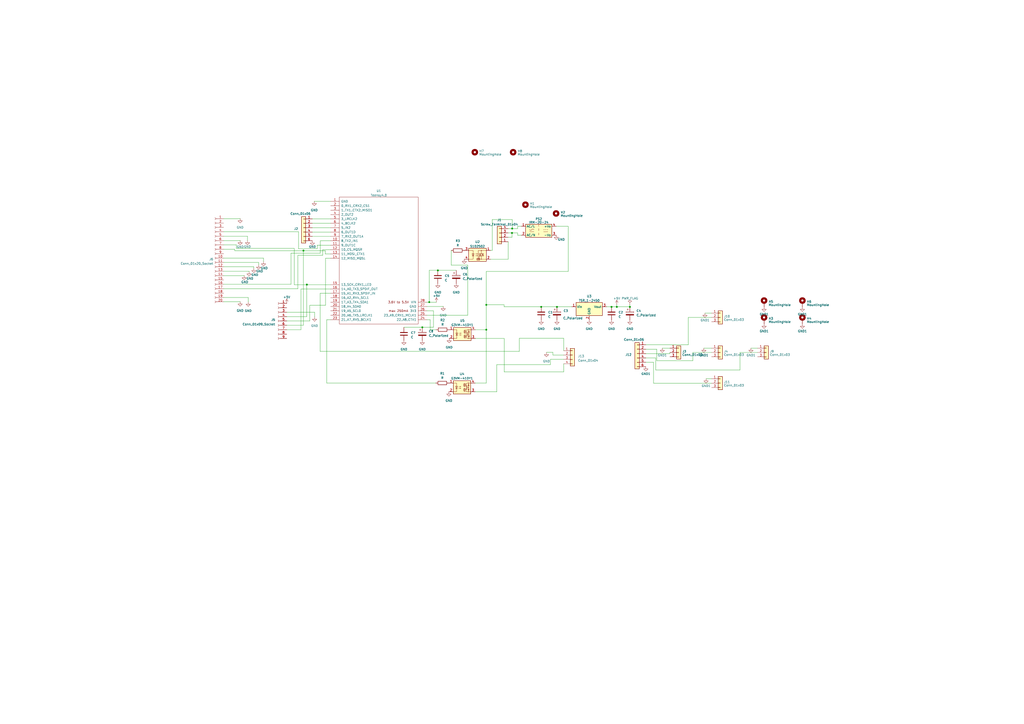
<source format=kicad_sch>
(kicad_sch (version 20230121) (generator eeschema)
  (paper "A2")
  (lib_symbols
    (symbol "Connector:Conn_01x09_Socket" (pin_names (offset 1.016) hide)
      (property "Reference" "J" (at 0 12.7 0))
      (property "Value" "Conn_01x09_Socket" (at 0 -12.7 0))
      (symbol "Conn_01x09_Socket_1_1"
        (arc (start 0 -9.652) (mid -0.5058 -10.16) (end 0 -10.668) (stroke (width 0.1524)))
        (arc (start 0 -7.112) (mid -0.5058 -7.62) (end 0 -8.128) (stroke (width 0.1524)))
        (arc (start 0 -4.572) (mid -0.5058 -5.08) (end 0 -5.588) (stroke (width 0.1524)))
        (arc (start 0 -2.032) (mid -0.5058 -2.54) (end 0 -3.048) (stroke (width 0.1524)))
        (polyline (pts (xy -1.27 -10.16) (xy -0.508 -10.16)) (stroke (width 0.1524)))
        (polyline (pts (xy -1.27 -7.62) (xy -0.508 -7.62)) (stroke (width 0.1524)))
        (polyline (pts (xy -1.27 -5.08) (xy -0.508 -5.08)) (stroke (width 0.1524)))
        (polyline (pts (xy -1.27 -2.54) (xy -0.508 -2.54)) (stroke (width 0.1524)))
        (polyline (pts (xy -1.27 0) (xy -0.508 0)) (stroke (width 0.1524)))
        (polyline (pts (xy -1.27 2.54) (xy -0.508 2.54)) (stroke (width 0.1524)))
        (polyline (pts (xy -1.27 5.08) (xy -0.508 5.08)) (stroke (width 0.1524)))
        (polyline (pts (xy -1.27 7.62) (xy -0.508 7.62)) (stroke (width 0.1524)))
        (polyline (pts (xy -1.27 10.16) (xy -0.508 10.16)) (stroke (width 0.1524)))
        (arc (start 0 0.508) (mid -0.5058 0) (end 0 -0.508) (stroke (width 0.1524)))
        (arc (start 0 3.048) (mid -0.5058 2.54) (end 0 2.032) (stroke (width 0.1524)))
        (arc (start 0 5.588) (mid -0.5058 5.08) (end 0 4.572) (stroke (width 0.1524)))
        (arc (start 0 8.128) (mid -0.5058 7.62) (end 0 7.112) (stroke (width 0.1524)))
        (arc (start 0 10.668) (mid -0.5058 10.16) (end 0 9.652) (stroke (width 0.1524)))
        (pin passive line (at -5.08 10.16 0) (length 3.81) (name "Pin_1") (number "1"))
        (pin passive line (at -5.08 7.62 0) (length 3.81) (name "Pin_2") (number "2"))
        (pin passive line (at -5.08 5.08 0) (length 3.81) (name "Pin_3") (number "3"))
        (pin passive line (at -5.08 2.54 0) (length 3.81) (name "Pin_4") (number "4"))
        (pin passive line (at -5.08 0 0) (length 3.81) (name "Pin_5") (number "5"))
        (pin passive line (at -5.08 -2.54 0) (length 3.81) (name "Pin_6") (number "6"))
        (pin passive line (at -5.08 -5.08 0) (length 3.81) (name "Pin_7") (number "7"))
        (pin passive line (at -5.08 -7.62 0) (length 3.81) (name "Pin_8") (number "8"))
        (pin passive line (at -5.08 -10.16 0) (length 3.81) (name "Pin_9") (number "9"))
      )
    )
    (symbol "Connector:Conn_01x20_Socket" (pin_names (offset 1.016) hide)
      (property "Reference" "J" (at 0 25.4 0))
      (property "Value" "Conn_01x20_Socket" (at 0 -27.94 0))
      (symbol "Conn_01x20_Socket_1_1"
        (arc (start 0 -24.892) (mid -0.5058 -25.4) (end 0 -25.908) (stroke (width 0.1524)))
        (arc (start 0 -22.352) (mid -0.5058 -22.86) (end 0 -23.368) (stroke (width 0.1524)))
        (arc (start 0 -19.812) (mid -0.5058 -20.32) (end 0 -20.828) (stroke (width 0.1524)))
        (arc (start 0 -17.272) (mid -0.5058 -17.78) (end 0 -18.288) (stroke (width 0.1524)))
        (arc (start 0 -14.732) (mid -0.5058 -15.24) (end 0 -15.748) (stroke (width 0.1524)))
        (arc (start 0 -12.192) (mid -0.5058 -12.7) (end 0 -13.208) (stroke (width 0.1524)))
        (arc (start 0 -9.652) (mid -0.5058 -10.16) (end 0 -10.668) (stroke (width 0.1524)))
        (arc (start 0 -7.112) (mid -0.5058 -7.62) (end 0 -8.128) (stroke (width 0.1524)))
        (arc (start 0 -4.572) (mid -0.5058 -5.08) (end 0 -5.588) (stroke (width 0.1524)))
        (arc (start 0 -2.032) (mid -0.5058 -2.54) (end 0 -3.048) (stroke (width 0.1524)))
        (polyline (pts (xy -1.27 -25.4) (xy -0.508 -25.4)) (stroke (width 0.1524)))
        (polyline (pts (xy -1.27 -22.86) (xy -0.508 -22.86)) (stroke (width 0.1524)))
        (polyline (pts (xy -1.27 -20.32) (xy -0.508 -20.32)) (stroke (width 0.1524)))
        (polyline (pts (xy -1.27 -17.78) (xy -0.508 -17.78)) (stroke (width 0.1524)))
        (polyline (pts (xy -1.27 -15.24) (xy -0.508 -15.24)) (stroke (width 0.1524)))
        (polyline (pts (xy -1.27 -12.7) (xy -0.508 -12.7)) (stroke (width 0.1524)))
        (polyline (pts (xy -1.27 -10.16) (xy -0.508 -10.16)) (stroke (width 0.1524)))
        (polyline (pts (xy -1.27 -7.62) (xy -0.508 -7.62)) (stroke (width 0.1524)))
        (polyline (pts (xy -1.27 -5.08) (xy -0.508 -5.08)) (stroke (width 0.1524)))
        (polyline (pts (xy -1.27 -2.54) (xy -0.508 -2.54)) (stroke (width 0.1524)))
        (polyline (pts (xy -1.27 0) (xy -0.508 0)) (stroke (width 0.1524)))
        (polyline (pts (xy -1.27 2.54) (xy -0.508 2.54)) (stroke (width 0.1524)))
        (polyline (pts (xy -1.27 5.08) (xy -0.508 5.08)) (stroke (width 0.1524)))
        (polyline (pts (xy -1.27 7.62) (xy -0.508 7.62)) (stroke (width 0.1524)))
        (polyline (pts (xy -1.27 10.16) (xy -0.508 10.16)) (stroke (width 0.1524)))
        (polyline (pts (xy -1.27 12.7) (xy -0.508 12.7)) (stroke (width 0.1524)))
        (polyline (pts (xy -1.27 15.24) (xy -0.508 15.24)) (stroke (width 0.1524)))
        (polyline (pts (xy -1.27 17.78) (xy -0.508 17.78)) (stroke (width 0.1524)))
        (polyline (pts (xy -1.27 20.32) (xy -0.508 20.32)) (stroke (width 0.1524)))
        (polyline (pts (xy -1.27 22.86) (xy -0.508 22.86)) (stroke (width 0.1524)))
        (arc (start 0 0.508) (mid -0.5058 0) (end 0 -0.508) (stroke (width 0.1524)))
        (arc (start 0 3.048) (mid -0.5058 2.54) (end 0 2.032) (stroke (width 0.1524)))
        (arc (start 0 5.588) (mid -0.5058 5.08) (end 0 4.572) (stroke (width 0.1524)))
        (arc (start 0 8.128) (mid -0.5058 7.62) (end 0 7.112) (stroke (width 0.1524)))
        (arc (start 0 10.668) (mid -0.5058 10.16) (end 0 9.652) (stroke (width 0.1524)))
        (arc (start 0 13.208) (mid -0.5058 12.7) (end 0 12.192) (stroke (width 0.1524)))
        (arc (start 0 15.748) (mid -0.5058 15.24) (end 0 14.732) (stroke (width 0.1524)))
        (arc (start 0 18.288) (mid -0.5058 17.78) (end 0 17.272) (stroke (width 0.1524)))
        (arc (start 0 20.828) (mid -0.5058 20.32) (end 0 19.812) (stroke (width 0.1524)))
        (arc (start 0 23.368) (mid -0.5058 22.86) (end 0 22.352) (stroke (width 0.1524)))
        (pin passive line (at -5.08 22.86 0) (length 3.81) (name "Pin_1") (number "1"))
        (pin passive line (at -5.08 0 0) (length 3.81) (name "Pin_10") (number "10"))
        (pin passive line (at -5.08 -2.54 0) (length 3.81) (name "Pin_11") (number "11"))
        (pin passive line (at -5.08 -5.08 0) (length 3.81) (name "Pin_12") (number "12"))
        (pin passive line (at -5.08 -7.62 0) (length 3.81) (name "Pin_13") (number "13"))
        (pin passive line (at -5.08 -10.16 0) (length 3.81) (name "Pin_14") (number "14"))
        (pin passive line (at -5.08 -12.7 0) (length 3.81) (name "Pin_15") (number "15"))
        (pin passive line (at -5.08 -15.24 0) (length 3.81) (name "Pin_16") (number "16"))
        (pin passive line (at -5.08 -17.78 0) (length 3.81) (name "Pin_17") (number "17"))
        (pin passive line (at -5.08 -20.32 0) (length 3.81) (name "Pin_18") (number "18"))
        (pin passive line (at -5.08 -22.86 0) (length 3.81) (name "Pin_19") (number "19"))
        (pin passive line (at -5.08 20.32 0) (length 3.81) (name "Pin_2") (number "2"))
        (pin passive line (at -5.08 -25.4 0) (length 3.81) (name "Pin_20") (number "20"))
        (pin passive line (at -5.08 17.78 0) (length 3.81) (name "Pin_3") (number "3"))
        (pin passive line (at -5.08 15.24 0) (length 3.81) (name "Pin_4") (number "4"))
        (pin passive line (at -5.08 12.7 0) (length 3.81) (name "Pin_5") (number "5"))
        (pin passive line (at -5.08 10.16 0) (length 3.81) (name "Pin_6") (number "6"))
        (pin passive line (at -5.08 7.62 0) (length 3.81) (name "Pin_7") (number "7"))
        (pin passive line (at -5.08 5.08 0) (length 3.81) (name "Pin_8") (number "8"))
        (pin passive line (at -5.08 2.54 0) (length 3.81) (name "Pin_9") (number "9"))
      )
    )
    (symbol "Connector_Generic:Conn_01x03" (pin_names (offset 1.016) hide)
      (property "Reference" "J" (at 0 5.08 0))
      (property "Value" "Conn_01x03" (at 0 -5.08 0))
      (symbol "Conn_01x03_1_1"
        (rectangle (start -1.27 -2.413) (end 0 -2.667) (stroke (width 0.1524)))
        (rectangle (start -1.27 0.127) (end 0 -0.127) (stroke (width 0.1524)))
        (rectangle (start -1.27 2.667) (end 0 2.413) (stroke (width 0.1524)))
        (rectangle (start -1.27 3.81) (end 1.27 -3.81) (stroke (width 0.254)) (fill (type background)))
        (pin passive line (at -5.08 2.54 0) (length 3.81) (name "Pin_1") (number "1"))
        (pin passive line (at -5.08 0 0) (length 3.81) (name "Pin_2") (number "2"))
        (pin passive line (at -5.08 -2.54 0) (length 3.81) (name "Pin_3") (number "3"))
      )
    )
    (symbol "Connector_Generic:Conn_01x04" (pin_names (offset 1.016) hide)
      (property "Reference" "J" (at 0 5.08 0))
      (property "Value" "Conn_01x04" (at 0 -7.62 0))
      (symbol "Conn_01x04_1_1"
        (rectangle (start -1.27 -4.953) (end 0 -5.207) (stroke (width 0.1524)))
        (rectangle (start -1.27 -2.413) (end 0 -2.667) (stroke (width 0.1524)))
        (rectangle (start -1.27 0.127) (end 0 -0.127) (stroke (width 0.1524)))
        (rectangle (start -1.27 2.667) (end 0 2.413) (stroke (width 0.1524)))
        (rectangle (start -1.27 3.81) (end 1.27 -6.35) (stroke (width 0.254)) (fill (type background)))
        (pin passive line (at -5.08 2.54 0) (length 3.81) (name "Pin_1") (number "1"))
        (pin passive line (at -5.08 0 0) (length 3.81) (name "Pin_2") (number "2"))
        (pin passive line (at -5.08 -2.54 0) (length 3.81) (name "Pin_3") (number "3"))
        (pin passive line (at -5.08 -5.08 0) (length 3.81) (name "Pin_4") (number "4"))
      )
    )
    (symbol "Connector_Generic:Conn_01x06" (pin_names (offset 1.016) hide)
      (property "Reference" "J" (at 0 7.62 0))
      (property "Value" "Conn_01x06" (at 0 -10.16 0))
      (symbol "Conn_01x06_1_1"
        (rectangle (start -1.27 -7.493) (end 0 -7.747) (stroke (width 0.1524)))
        (rectangle (start -1.27 -4.953) (end 0 -5.207) (stroke (width 0.1524)))
        (rectangle (start -1.27 -2.413) (end 0 -2.667) (stroke (width 0.1524)))
        (rectangle (start -1.27 0.127) (end 0 -0.127) (stroke (width 0.1524)))
        (rectangle (start -1.27 2.667) (end 0 2.413) (stroke (width 0.1524)))
        (rectangle (start -1.27 5.207) (end 0 4.953) (stroke (width 0.1524)))
        (rectangle (start -1.27 6.35) (end 1.27 -8.89) (stroke (width 0.254)) (fill (type background)))
        (pin passive line (at -5.08 5.08 0) (length 3.81) (name "Pin_1") (number "1"))
        (pin passive line (at -5.08 2.54 0) (length 3.81) (name "Pin_2") (number "2"))
        (pin passive line (at -5.08 0 0) (length 3.81) (name "Pin_3") (number "3"))
        (pin passive line (at -5.08 -2.54 0) (length 3.81) (name "Pin_4") (number "4"))
        (pin passive line (at -5.08 -5.08 0) (length 3.81) (name "Pin_5") (number "5"))
        (pin passive line (at -5.08 -7.62 0) (length 3.81) (name "Pin_6") (number "6"))
      )
    )
    (symbol "Converter_ACDC:IRM-20-24"
      (property "Reference" "PS" (at 0 5.08 0))
      (property "Value" "IRM-20-24" (at 0 -5.08 0))
      (symbol "IRM-20-24_0_1"
        (rectangle (start -7.62 3.81) (end 7.62 -3.81) (stroke (width 0.254)) (fill (type background)))
        (arc (start -5.334 0.635) (mid -4.699 0.2495) (end -4.064 0.635))
        (arc (start -2.794 0.635) (mid -3.429 1.0072) (end -4.064 0.635))
        (polyline (pts (xy -5.334 -0.635) (xy -2.794 -0.635)))
        (polyline (pts (xy 0 -1.27) (xy 0 -2.54)))
        (polyline (pts (xy 0 1.27) (xy 0 0)))
        (polyline (pts (xy 0 3.81) (xy 0 2.54)))
        (polyline (pts (xy 2.794 -0.635) (xy 5.334 -0.635)))
        (polyline (pts (xy 2.794 0.635) (xy 3.302 0.635)))
        (polyline (pts (xy 3.81 0.635) (xy 4.318 0.635)))
        (polyline (pts (xy 4.826 0.635) (xy 5.334 0.635)))
      )
      (symbol "IRM-20-24_1_1"
        (pin power_in line (at -10.16 2.54 0) (length 2.54) (name "AC/L") (number "1"))
        (pin power_in line (at -10.16 -2.54 0) (length 2.54) (name "AC/N") (number "2"))
        (pin power_out line (at 10.16 -2.54 180) (length 2.54) (name "-Vo") (number "3"))
        (pin power_out line (at 10.16 2.54 180) (length 2.54) (name "+Vo") (number "4"))
      )
    )
    (symbol "Device:C" (pin_numbers hide) (pin_names (offset 0.254))
      (property "Reference" "C" (at 0.635 2.54 0))
      (property "Value" "C" (at 0.635 -2.54 0))
      (symbol "C_0_1"
        (polyline (pts (xy -2.032 -0.762) (xy 2.032 -0.762)) (stroke (width 0.508)))
        (polyline (pts (xy -2.032 0.762) (xy 2.032 0.762)) (stroke (width 0.508)))
      )
      (symbol "C_1_1"
        (pin passive line (at 0 3.81 270) (length 2.794) (name "~") (number "1"))
        (pin passive line (at 0 -3.81 90) (length 2.794) (name "~") (number "2"))
      )
    )
    (symbol "Device:C_Polarized" (pin_numbers hide) (pin_names (offset 0.254))
      (property "Reference" "C" (at 0.635 2.54 0))
      (property "Value" "C_Polarized" (at 0.635 -2.54 0))
      (symbol "C_Polarized_0_1"
        (rectangle (start -2.286 0.508) (end 2.286 1.016))
        (polyline (pts (xy -1.778 2.286) (xy -0.762 2.286)))
        (polyline (pts (xy -1.27 2.794) (xy -1.27 1.778)))
        (rectangle (start 2.286 -0.508) (end -2.286 -1.016) (fill (type outline)))
      )
      (symbol "C_Polarized_1_1"
        (pin passive line (at 0 3.81 270) (length 2.794) (name "~") (number "1"))
        (pin passive line (at 0 -3.81 90) (length 2.794) (name "~") (number "2"))
      )
    )
    (symbol "Device:R" (pin_numbers hide) (pin_names (offset 0))
      (property "Reference" "R" (at 2.032 0 90))
      (property "Value" "R" (at 0 0 90))
      (symbol "R_0_1"
        (rectangle (start -1.016 -2.54) (end 1.016 2.54) (stroke (width 0.254)))
      )
      (symbol "R_1_1"
        (pin passive line (at 0 3.81 270) (length 1.27) (name "~") (number "1"))
        (pin passive line (at 0 -3.81 90) (length 1.27) (name "~") (number "2"))
      )
    )
    (symbol "Mechanical:MountingHole" (pin_names (offset 1.016))
      (property "Reference" "H" (at 0 5.08 0))
      (property "Value" "MountingHole" (at 0 3.175 0))
      (symbol "MountingHole_0_1"
        (circle (center 0 0) (radius 1.27) (stroke (width 1.27)))
      )
    )
    (symbol "Mechanical:MountingHole_Pad" (pin_numbers hide) (pin_names (offset 1.016) hide)
      (property "Reference" "H" (at 0 6.35 0))
      (property "Value" "MountingHole_Pad" (at 0 4.445 0))
      (symbol "MountingHole_Pad_0_1"
        (circle (center 0 1.27) (radius 1.27) (stroke (width 1.27)))
      )
      (symbol "MountingHole_Pad_1_1"
        (pin input line (at 0 -2.54 90) (length 2.54) (name "1") (number "1"))
      )
    )
    (symbol "Regulator_Switching:TSR_1-2450"
      (property "Reference" "U" (at -7.62 6.35 0))
      (property "Value" "TSR_1-2450" (at -1.27 6.35 0))
      (symbol "TSR_1-2450_0_1"
        (rectangle (start -7.62 5.08) (end 7.62 -2.54) (stroke (width 0.254)) (fill (type background)))
      )
      (symbol "TSR_1-2450_1_1"
        (pin power_in line (at -10.16 2.54 0) (length 2.54) (name "Vin") (number "1"))
        (pin power_in line (at 0 -5.08 90) (length 2.54) (name "GND") (number "2"))
        (pin power_out line (at 10.16 2.54 180) (length 2.54) (name "Vout") (number "3"))
      )
    )
    (symbol "Relay_SolidState:ASSR-1218"
      (property "Reference" "U" (at -5.08 5.08 0))
      (property "Value" "ASSR-1218" (at 0 5.08 0))
      (symbol "ASSR-1218_0_1"
        (rectangle (start -5.08 3.81) (end 5.08 -3.81) (stroke (width 0.254)) (fill (type background)))
        (polyline (pts (xy -3.81 -0.635) (xy -2.54 -0.635)))
        (polyline (pts (xy 1.016 -0.635) (xy 1.016 -2.159)) (stroke (width 0.2032)))
        (polyline (pts (xy 1.016 2.159) (xy 1.016 0.635)) (stroke (width 0.2032)))
        (polyline (pts (xy 1.524 -0.508) (xy 1.524 -0.762)) (stroke (width 0.3556)))
        (polyline (pts (xy 2.794 0) (xy 3.81 0)))
        (polyline (pts (xy 3.429 -1.651) (xy 4.191 -1.651)))
        (polyline (pts (xy 3.429 1.651) (xy 4.191 1.651)))
        (polyline (pts (xy 3.81 -2.54) (xy 3.81 2.54)))
        (polyline (pts (xy 1.524 -2.032) (xy 1.524 -2.286) (xy 1.524 -2.286)) (stroke (width 0.3556)))
        (polyline (pts (xy 1.524 -1.27) (xy 1.524 -1.524) (xy 1.524 -1.524)) (stroke (width 0.3556)))
        (polyline (pts (xy 1.524 0.762) (xy 1.524 0.508) (xy 1.524 0.508)) (stroke (width 0.3556)))
        (polyline (pts (xy 1.524 1.524) (xy 1.524 1.27) (xy 1.524 1.27)) (stroke (width 0.3556)))
        (polyline (pts (xy 1.524 2.286) (xy 1.524 2.032) (xy 1.524 2.032)) (stroke (width 0.3556)))
        (polyline (pts (xy 1.651 -1.397) (xy 2.794 -1.397) (xy 2.794 -0.635)))
        (polyline (pts (xy 1.651 1.397) (xy 2.794 1.397) (xy 2.794 0.635)))
        (polyline (pts (xy -5.08 2.54) (xy -3.175 2.54) (xy -3.175 -2.54) (xy -5.08 -2.54)))
        (polyline (pts (xy -3.175 -0.635) (xy -3.81 0.635) (xy -2.54 0.635) (xy -3.175 -0.635)))
        (polyline (pts (xy 1.651 -2.159) (xy 2.794 -2.159) (xy 2.794 -2.54) (xy 5.08 -2.54)))
        (polyline (pts (xy 1.651 -0.635) (xy 2.794 -0.635) (xy 2.794 0.635) (xy 1.651 0.635)))
        (polyline (pts (xy 1.651 2.159) (xy 2.794 2.159) (xy 2.794 2.54) (xy 5.08 2.54)))
        (polyline (pts (xy 1.778 -1.397) (xy 2.286 -1.27) (xy 2.286 -1.524) (xy 1.778 -1.397)))
        (polyline (pts (xy 1.778 1.397) (xy 2.286 1.524) (xy 2.286 1.27) (xy 1.778 1.397)))
        (polyline (pts (xy 3.81 -1.651) (xy 3.429 -0.889) (xy 4.191 -0.889) (xy 3.81 -1.651)))
        (polyline (pts (xy 3.81 1.651) (xy 3.429 0.889) (xy 4.191 0.889) (xy 3.81 1.651)))
        (polyline (pts (xy -1.905 -0.508) (xy -0.635 -0.508) (xy -1.016 -0.635) (xy -1.016 -0.381) (xy -0.635 -0.508)))
        (polyline (pts (xy -1.905 0.508) (xy -0.635 0.508) (xy -1.016 0.381) (xy -1.016 0.635) (xy -0.635 0.508)))
        (circle (center 2.794 -0.635) (radius 0.127))
        (circle (center 2.794 0) (radius 0.127))
        (circle (center 2.794 0.635) (radius 0.127))
        (circle (center 3.81 -2.54) (radius 0.127))
        (circle (center 3.81 0) (radius 0.127))
        (circle (center 3.81 2.54) (radius 0.127))
      )
      (symbol "ASSR-1218_1_1"
        (pin passive line (at -7.62 2.54 0) (length 2.54) (name "~") (number "1"))
        (pin passive line (at -7.62 -2.54 0) (length 2.54) (name "~") (number "2"))
        (pin passive line (at 7.62 -2.54 180) (length 2.54) (name "~") (number "3"))
        (pin passive line (at 7.62 2.54 180) (length 2.54) (name "~") (number "4"))
      )
    )
    (symbol "Relay_SolidState:S102S02"
      (property "Reference" "U" (at -5.08 5.08 0))
      (property "Value" "S102S02" (at 0 5.08 0))
      (symbol "S102S02_0_0"
        (rectangle (start -0.381 -2.032) (end 1.397 -3.048))
        (polyline (pts (xy 2.286 -2.54) (xy 1.397 -2.54)))
        (polyline (pts (xy 1.524 -0.635) (xy 1.016 -1.016) (xy 1.016 -2.032)))
        (text "ZCD" (at 0.508 -2.54 0) (effects (font (size 0.508 0.508))))
      )
      (symbol "S102S02_0_1"
        (rectangle (start -5.08 3.81) (end 5.08 -3.81) (stroke (width 0.254)) (fill (type background)))
        (polyline (pts (xy -3.175 -0.635) (xy -1.905 -0.635)))
        (polyline (pts (xy 1.524 -0.635) (xy 1.524 0.635)))
        (polyline (pts (xy 3.048 0.635) (xy 3.048 -0.635)))
        (polyline (pts (xy 2.286 -0.635) (xy 2.286 -2.54) (xy 5.08 -2.54)))
        (polyline (pts (xy 2.286 0.635) (xy 2.286 2.54) (xy 5.08 2.54)))
        (polyline (pts (xy 2.286 2.54) (xy 0.508 2.54) (xy 0.508 -2.032)))
        (polyline (pts (xy -5.08 2.54) (xy -2.54 2.54) (xy -2.54 -2.54) (xy -5.08 -2.54)))
        (polyline (pts (xy -2.54 -0.635) (xy -3.175 0.635) (xy -1.905 0.635) (xy -2.54 -0.635)))
        (polyline (pts (xy 0.889 -0.635) (xy 3.683 -0.635) (xy 3.048 0.635) (xy 2.413 -0.635)))
        (polyline (pts (xy 3.683 0.635) (xy 0.889 0.635) (xy 1.524 -0.635) (xy 2.159 0.635)))
        (polyline (pts (xy -1.143 -0.508) (xy 0.127 -0.508) (xy -0.254 -0.635) (xy -0.254 -0.381) (xy 0.127 -0.508)))
        (polyline (pts (xy -1.143 0.508) (xy 0.127 0.508) (xy -0.254 0.381) (xy -0.254 0.635) (xy 0.127 0.508)))
        (circle (center 2.286 -2.54) (radius 0.127))
        (circle (center 2.286 2.54) (radius 0.127))
      )
      (symbol "S102S02_1_1"
        (pin passive line (at 7.62 2.54 180) (length 2.54) (name "~") (number "1"))
        (pin passive line (at 7.62 -2.54 180) (length 2.54) (name "~") (number "2"))
        (pin passive line (at -7.62 2.54 0) (length 2.54) (name "~") (number "3"))
        (pin passive line (at -7.62 -2.54 0) (length 2.54) (name "~") (number "4"))
      )
    )
    (symbol "Teensy:Teensy4.0" (pin_names (offset 1.016))
      (property "Reference" "U1" (at 0 40.4028 0))
      (property "Value" "Teensy4.0" (at 0 37.8659 0))
      (symbol "Teensy4.0_0_0"
        (text "3.6V to 5.5V" (at 11.43 -24.13 0) (effects (font (size 1.27 1.27))))
        (text "max 250mA" (at 11.43 -29.21 0) (effects (font (size 1.27 1.27))))
        (pin bidirectional line (at -27.94 11.43 0) (length 5.08) (name "8_TX2_IN1") (number "10"))
        (pin bidirectional line (at -27.94 8.89 0) (length 5.08) (name "9_OUT1C") (number "11"))
        (pin bidirectional line (at -27.94 6.35 0) (length 5.08) (name "10_CS_MQSR") (number "12"))
        (pin bidirectional line (at -27.94 3.81 0) (length 5.08) (name "11_MOSI_CTX1") (number "13"))
        (pin bidirectional line (at -27.94 1.27 0) (length 5.08) (name "12_MISO_MQSL") (number "14"))
        (pin bidirectional line (at -27.94 -13.97 0) (length 5.08) (name "13_SCK_CRX1_LED") (number "15"))
        (pin bidirectional line (at -27.94 -16.51 0) (length 5.08) (name "14_A0_TX3_SPDIF_OUT") (number "16"))
        (pin bidirectional line (at -27.94 -19.05 0) (length 5.08) (name "15_A1_RX3_SPDIF_IN") (number "17"))
        (pin bidirectional line (at -27.94 -21.59 0) (length 5.08) (name "16_A2_RX4_SCL1") (number "18"))
        (pin bidirectional line (at -27.94 -24.13 0) (length 5.08) (name "17_A3_TX4_SDA1") (number "19"))
        (pin bidirectional line (at -27.94 -26.67 0) (length 5.08) (name "18_A4_SDA0") (number "20"))
        (pin bidirectional line (at -27.94 -29.21 0) (length 5.08) (name "19_A5_SCL0") (number "21"))
        (pin bidirectional line (at -27.94 -31.75 0) (length 5.08) (name "20_A6_TX5_LRCLK1") (number "22"))
        (pin bidirectional line (at -27.94 -34.29 0) (length 5.08) (name "21_A7_RX5_BCLK1") (number "23"))
        (pin bidirectional line (at 27.94 -34.29 180) (length 5.08) (name "22_A8_CTX1") (number "24"))
        (pin bidirectional line (at 27.94 -31.75 180) (length 5.08) (name "23_A9_CRX1_MCLK1") (number "25"))
        (pin power_out line (at 27.94 -29.21 180) (length 5.08) (name "3V3") (number "26"))
        (pin power_in line (at 27.94 -26.67 180) (length 5.08) (name "GND") (number "27"))
        (pin power_in line (at 27.94 -24.13 180) (length 5.08) (name "VIN") (number "28"))
        (pin bidirectional line (at -27.94 24.13 0) (length 5.08) (name "3_LRCLK2") (number "5"))
        (pin bidirectional line (at -27.94 21.59 0) (length 5.08) (name "4_BCLK2") (number "6"))
        (pin bidirectional line (at -27.94 19.05 0) (length 5.08) (name "5_IN2") (number "7"))
        (pin bidirectional line (at -27.94 16.51 0) (length 5.08) (name "6_OUT1D") (number "8"))
        (pin bidirectional line (at -27.94 13.97 0) (length 5.08) (name "7_RX2_OUT1A") (number "9"))
      )
      (symbol "Teensy4.0_0_1"
        (rectangle (start -22.86 36.83) (end 22.86 -36.83))
        (rectangle (start -20.32 -31.75) (end -20.32 -31.75))
      )
      (symbol "Teensy4.0_1_1"
        (pin power_in line (at -27.94 34.29 0) (length 5.08) (name "GND") (number "1"))
        (pin bidirectional line (at -27.94 31.75 0) (length 5.08) (name "0_RX1_CRX2_CS1") (number "2"))
        (pin bidirectional line (at -27.94 29.21 0) (length 5.08) (name "1_TX1_CTX2_MISO1") (number "3"))
        (pin bidirectional line (at -27.94 26.67 0) (length 5.08) (name "2_OUT2") (number "4"))
      )
    )
    (symbol "power:+5V" (power) (pin_names (offset 0))
      (property "Value" "+5V" (at 0 3.556 0))
      (symbol "+5V_0_1"
        (polyline (pts (xy -0.762 1.27) (xy 0 2.54)))
        (polyline (pts (xy 0 0) (xy 0 2.54)))
        (polyline (pts (xy 0 2.54) (xy 0.762 1.27)))
      )
      (symbol "+5V_1_1"
        (pin power_in line (at 0 0 90) (length 0) hide (name "+5V") (number "1"))
      )
    )
    (symbol "power:GND" (power) (pin_names (offset 0))
      (property "Value" "GND" (at 0 -3.81 0))
      (symbol "GND_0_1"
        (polyline (pts (xy 0 0) (xy 0 -1.27) (xy 1.27 -1.27) (xy 0 -2.54) (xy -1.27 -1.27) (xy 0 -1.27)))
      )
      (symbol "GND_1_1"
        (pin power_in line (at 0 0 270) (length 0) hide (name "GND") (number "1"))
      )
    )
    (symbol "power:GND1" (power) (pin_names (offset 0))
      (property "Value" "GND1" (at 0 -3.81 0))
      (symbol "GND1_0_1"
        (polyline (pts (xy 0 0) (xy 0 -1.27) (xy 1.27 -1.27) (xy 0 -2.54) (xy -1.27 -1.27) (xy 0 -1.27)))
      )
      (symbol "GND1_1_1"
        (pin power_in line (at 0 0 270) (length 0) hide (name "GND1") (number "1"))
      )
    )
    (symbol "power:PWR_FLAG" (power) (pin_numbers hide) (pin_names (offset 0) hide)
      (property "Value" "PWR_FLAG" (at 0 3.81 0))
      (symbol "PWR_FLAG_0_0"
        (pin power_out line (at 0 0 90) (length 0) (name "pwr") (number "1"))
      )
      (symbol "PWR_FLAG_0_1"
        (polyline (pts (xy 0 0) (xy 0 1.27) (xy -1.016 1.905) (xy 0 2.54) (xy 1.016 1.905) (xy 0 1.27)))
      )
    )
  )
  (junction (at 313.944 178.0032))
  (junction (at 282.0858 191.262))
  (junction (at 176.022 145.3896))
  (junction (at 254 156.845))
  (junction (at 354.7364 178.0032))
  (junction (at 249.0047 175.26))
  (junction (at 297.1289 132.588))
  (junction (at 365.3893 178.0032))
  (junction (at 178.0032 165.1))
  (junction (at 297.0018 135.128))
  (junction (at 282.0858 176.8335))
  (junction (at 323.088 178.0032))
  (junction (at 357.8117 178.0032))
  (junction (at 244.983 189.865))
  (wire (pts (xy 247.65 185.42) (xy 249.4855 185.42)))
  (wire (pts (xy 300.2424 135.128) (xy 297.0018 135.128)))
  (wire (pts (xy 249.4855 185.42) (xy 249.4855 191.262)))
  (wire (pts (xy 185.8264 146.812) (xy 185.8264 139.7)))
  (wire (pts (xy 181.2036 137.16) (xy 191.77 137.16)))
  (wire (pts (xy 254 156.845) (xy 264.668 156.845)))
  (wire (pts (xy 129.7432 167.4876) (xy 172.8216 167.4876)))
  (wire (pts (xy 320.7512 205.9432) (xy 326.9488 205.9432)))
  (wire (pts (xy 166.37 181.102) (xy 182.4736 181.102)))
  (wire (pts (xy 300.2424 136.398) (xy 300.2424 135.128)))
  (wire (pts (xy 129.7432 149.7076) (xy 152.8572 149.7076)))
  (wire (pts (xy 168.8084 146.812) (xy 185.8264 146.812)))
  (wire (pts (xy 374.65 207.645) (xy 380.365 207.645)))
  (wire (pts (xy 319.3172 208.4832) (xy 326.9488 208.4832)))
  (wire (pts (xy 178.0032 165.1) (xy 170.6372 165.1)))
  (wire (pts (xy 129.7432 164.9476) (xy 168.8084 164.9476)))
  (wire (pts (xy 247.65 175.26) (xy 249.0047 175.26)))
  (wire (pts (xy 302.3616 131.318) (xy 300.2424 131.318)))
  (wire (pts (xy 380.365 207.645) (xy 380.365 214.63)))
  (wire (pts (xy 381 202.565) (xy 381 209.1809)))
  (wire (pts (xy 166.37 188.6712) (xy 176.022 188.6712)))
  (wire (pts (xy 374.65 200.025) (xy 399.288 200.025)))
  (wire (pts (xy 399.288 184.15) (xy 412.75 184.15)))
  (wire (pts (xy 365.3893 178.0032) (xy 365.4044 178.0032)))
  (wire (pts (xy 435.61 201.93) (xy 439.42 201.93)))
  (wire (pts (xy 388.62 205.105) (xy 388.62 204.47)))
  (wire (pts (xy 329.565 131.318) (xy 322.6816 131.318)))
  (wire (pts (xy 302.3616 136.398) (xy 300.2424 136.398)))
  (wire (pts (xy 399.288 184.15) (xy 399.288 200.025)))
  (wire (pts (xy 297.1289 127.352) (xy 297.1289 132.588)))
  (wire (pts (xy 187.198 144.78) (xy 191.77 144.78)))
  (wire (pts (xy 188.8236 149.86) (xy 191.77 149.86)))
  (wire (pts (xy 379.095 222.25) (xy 412.75 222.25)))
  (wire (pts (xy 282.0858 191.262) (xy 282.0858 222.1992)))
  (wire (pts (xy 301.2948 203.8604) (xy 301.2948 196.215)))
  (wire (pts (xy 379.095 210.185) (xy 379.095 222.25)))
  (wire (pts (xy 188.722 147.32) (xy 191.77 147.32)))
  (wire (pts (xy 297.0018 137.668) (xy 297.0018 135.128)))
  (wire (pts (xy 172.8216 167.4876) (xy 172.8216 148.1328)))
  (wire (pts (xy 170.6372 165.1) (xy 170.6372 144.1196)))
  (wire (pts (xy 166.37 191.262) (xy 174.5996 191.262)))
  (wire (pts (xy 354.7364 178.0032) (xy 357.8117 178.0032)))
  (wire (pts (xy 139.2936 175.1076) (xy 139.2936 175.0568)))
  (wire (pts (xy 143.5608 137.0076) (xy 143.5608 139.4968)))
  (wire (pts (xy 326.9488 196.215) (xy 326.9488 203.4032)))
  (wire (pts (xy 323.088 178.0032) (xy 331.6224 178.0032)))
  (wire (pts (xy 429.26 204.47) (xy 439.42 204.47)))
  (wire (pts (xy 285.496 127.352) (xy 297.1289 127.352)))
  (wire (pts (xy 282.0858 157.48) (xy 282.0858 176.8335)))
  (wire (pts (xy 429.26 214.63) (xy 429.26 204.47)))
  (wire (pts (xy 288.2076 211.4804) (xy 319.3172 211.4804)))
  (wire (pts (xy 275.7932 191.262) (xy 282.0858 191.262)))
  (wire (pts (xy 282.0858 157.48) (xy 329.565 157.48)))
  (wire (pts (xy 129.7432 137.0076) (xy 143.5608 137.0076)))
  (wire (pts (xy 185.674 203.8604) (xy 185.674 170.18)))
  (wire (pts (xy 326.9488 215.7476) (xy 326.9488 211.0232)))
  (wire (pts (xy 136.144 145.3896) (xy 176.022 145.3896)))
  (wire (pts (xy 185.674 170.18) (xy 191.77 170.18)))
  (wire (pts (xy 136.144 145.3896) (xy 136.144 144.6276)))
  (wire (pts (xy 137.16 144.1196) (xy 137.16 142.0876)))
  (wire (pts (xy 188.8236 177.1396) (xy 188.8236 149.86)))
  (wire (pts (xy 191.77 116.84) (xy 182.3212 116.84)))
  (wire (pts (xy 174.5996 167.64) (xy 191.77 167.64)))
  (wire (pts (xy 294.7416 137.668) (xy 297.0018 137.668)))
  (wire (pts (xy 292.4556 215.7476) (xy 326.9488 215.7476)))
  (wire (pts (xy 351.9424 178.0032) (xy 354.7364 178.0032)))
  (wire (pts (xy 185.8264 139.7) (xy 191.77 139.7)))
  (wire (pts (xy 191.77 142.24) (xy 183.9468 142.24)))
  (wire (pts (xy 301.2948 196.215) (xy 326.9488 196.215)))
  (wire (pts (xy 294.7416 132.588) (xy 297.1289 132.588)))
  (wire (pts (xy 301.2948 203.8604) (xy 185.674 203.8604)))
  (wire (pts (xy 409.575 219.71) (xy 412.75 219.71)))
  (wire (pts (xy 188.722 145.3896) (xy 188.722 147.32)))
  (wire (pts (xy 181.2036 127) (xy 191.77 127)))
  (wire (pts (xy 129.7432 157.3276) (xy 144.4752 157.3276)))
  (wire (pts (xy 319.3172 211.4804) (xy 319.3172 208.4832)))
  (wire (pts (xy 247.65 177.8) (xy 257.0988 177.8)))
  (wire (pts (xy 166.37 186.182) (xy 179.7304 186.182)))
  (wire (pts (xy 129.7432 154.7876) (xy 147.2692 154.7876)))
  (wire (pts (xy 129.7432 172.5676) (xy 143.9672 172.5676)))
  (wire (pts (xy 182.3212 116.84) (xy 182.3212 116.7892)))
  (wire (pts (xy 249.0047 156.845) (xy 249.0047 175.26)))
  (wire (pts (xy 374.65 210.185) (xy 379.095 210.185)))
  (wire (pts (xy 384.175 201.93) (xy 388.62 201.93)))
  (wire (pts (xy 141.6304 159.8676) (xy 141.6304 159.8168)))
  (wire (pts (xy 365.3893 176.6766) (xy 365.3893 178.0032)))
  (wire (pts (xy 249.4855 191.262) (xy 252.9332 191.262)))
  (wire (pts (xy 275.6408 222.1992) (xy 282.0858 222.1992)))
  (wire (pts (xy 178.0032 165.1) (xy 178.0032 183.642)))
  (wire (pts (xy 313.944 178.0032) (xy 292.4048 178.0032)))
  (wire (pts (xy 257.0988 177.8) (xy 257.0988 177.7492)))
  (wire (pts (xy 288.2076 227.2792) (xy 288.2076 211.4804)))
  (wire (pts (xy 181.2036 132.08) (xy 191.77 132.08)))
  (wire (pts (xy 251.46 180.34) (xy 247.65 180.34)))
  (wire (pts (xy 176.022 145.3896) (xy 176.022 188.6712)))
  (wire (pts (xy 261.7216 153.7519) (xy 261.7216 145.288)))
  (wire (pts (xy 178.0032 165.1) (xy 191.77 165.1)))
  (wire (pts (xy 408.305 201.93) (xy 412.75 201.93)))
  (wire (pts (xy 170.6372 144.1196) (xy 137.16 144.1196)))
  (wire (pts (xy 129.7432 126.8476) (xy 139.2936 126.8476)))
  (wire (pts (xy 189.5348 185.42) (xy 189.5348 222.1992)))
  (wire (pts (xy 129.7432 139.5476) (xy 139.2936 139.5476)))
  (wire (pts (xy 143.9672 172.5676) (xy 143.9672 175.1584)))
  (wire (pts (xy 254 156.845) (xy 249.0047 156.845)))
  (wire (pts (xy 408.94 181.61) (xy 412.75 181.61)))
  (wire (pts (xy 172.8216 148.1328) (xy 187.198 148.1328)))
  (wire (pts (xy 176.022 145.3896) (xy 188.722 145.3896)))
  (wire (pts (xy 292.4556 196.342) (xy 292.4556 215.7476)))
  (wire (pts (xy 300.2424 132.588) (xy 300.2424 131.318)))
  (wire (pts (xy 189.5348 222.1992) (xy 252.7808 222.1992)))
  (wire (pts (xy 275.6408 227.2792) (xy 288.2076 227.2792)))
  (wire (pts (xy 357.8117 178.0032) (xy 365.3893 178.0032)))
  (wire (pts (xy 271.3144 153.7519) (xy 261.7216 153.7519)))
  (wire (pts (xy 374.65 205.105) (xy 388.62 205.105)))
  (wire (pts (xy 136.144 144.6276) (xy 129.7432 144.6276)))
  (wire (pts (xy 168.8084 164.9476) (xy 168.8084 146.812)))
  (wire (pts (xy 294.7416 140.208) (xy 294.7416 150.368)))
  (wire (pts (xy 139.2936 139.5476) (xy 139.2936 139.4968)))
  (wire (pts (xy 401.955 204.47) (xy 412.75 204.47)))
  (wire (pts (xy 179.7304 177.1396) (xy 188.8236 177.1396)))
  (wire (pts (xy 234.315 189.865) (xy 244.983 189.865)))
  (wire (pts (xy 181.2036 134.62) (xy 191.77 134.62)))
  (wire (pts (xy 292.4048 176.8335) (xy 282.0858 176.8335)))
  (wire (pts (xy 401.955 209.1809) (xy 401.955 204.47)))
  (wire (pts (xy 297.0018 135.128) (xy 294.7416 135.128)))
  (wire (pts (xy 139.2936 126.8476) (xy 139.2936 126.7968)))
  (wire (pts (xy 147.2692 154.7876) (xy 147.2692 155.6512)))
  (wire (pts (xy 284.5816 145.288) (xy 285.496 145.288)))
  (wire (pts (xy 271.3144 182.88) (xy 247.65 182.88)))
  (wire (pts (xy 381 209.1809) (xy 401.955 209.1809)))
  (wire (pts (xy 374.65 202.565) (xy 381 202.565)))
  (wire (pts (xy 173.1772 134.4676) (xy 129.7432 134.4676)))
  (wire (pts (xy 181.2036 129.54) (xy 191.77 129.54)))
  (wire (pts (xy 173.1772 144.3736) (xy 173.1772 134.4676)))
  (wire (pts (xy 183.9468 144.3736) (xy 173.1772 144.3736)))
  (wire (pts (xy 249.0047 175.26) (xy 253.1872 175.26)))
  (wire (pts (xy 292.4048 178.0032) (xy 292.4048 176.8335)))
  (wire (pts (xy 297.1289 132.588) (xy 300.2424 132.588)))
  (wire (pts (xy 166.37 188.722) (xy 166.37 188.6712)))
  (wire (pts (xy 182.4736 181.102) (xy 182.4736 183.8452)))
  (wire (pts (xy 285.496 145.288) (xy 285.496 127.352)))
  (wire (pts (xy 271.3144 153.7519) (xy 271.3144 182.88)))
  (wire (pts (xy 129.7432 159.8676) (xy 141.6304 159.8676)))
  (wire (pts (xy 380.365 214.63) (xy 429.26 214.63)))
  (wire (pts (xy 144.4752 157.3276) (xy 144.4752 157.6324)))
  (wire (pts (xy 316.992 204.4192) (xy 320.7512 204.4192)))
  (wire (pts (xy 129.7432 152.2476) (xy 150.0124 152.2476)))
  (wire (pts (xy 357.8117 176.7255) (xy 357.8117 178.0032)))
  (wire (pts (xy 282.0858 176.8335) (xy 282.0858 191.262)))
  (wire (pts (xy 294.7416 150.368) (xy 284.5816 150.368)))
  (wire (pts (xy 183.9468 142.24) (xy 183.9468 144.3736)))
  (wire (pts (xy 129.7432 175.1076) (xy 139.2936 175.1076)))
  (wire (pts (xy 166.37 183.642) (xy 178.0032 183.642)))
  (wire (pts (xy 179.7304 186.182) (xy 179.7304 177.1396)))
  (wire (pts (xy 137.16 142.0876) (xy 129.7432 142.0876)))
  (wire (pts (xy 329.565 157.48) (xy 329.565 131.318)))
  (wire (pts (xy 251.46 189.865) (xy 251.46 180.34)))
  (wire (pts (xy 275.7932 196.342) (xy 292.4556 196.342)))
  (wire (pts (xy 174.5996 191.262) (xy 174.5996 167.64)))
  (wire (pts (xy 320.7512 204.4192) (xy 320.7512 205.9432)))
  (wire (pts (xy 313.944 178.0032) (xy 323.088 178.0032)))
  (wire (pts (xy 187.198 148.1328) (xy 187.198 144.78)))
  (wire (pts (xy 191.77 185.42) (xy 189.5348 185.42)))
  (wire (pts (xy 244.983 189.865) (xy 251.46 189.865)))
  (wire (pts (xy 152.8572 149.7076) (xy 152.8572 151.7904)))
  (wire (pts (xy 150.0124 152.2476) (xy 150.0124 153.67)))
  (symbol (lib_id "power:GND") (at 260.5532 196.342 0) (mirror y) (unit 1)
    (property "Reference" "#PWR026" (effects hide))
    (property "Value" "GND" (at 260.5532 201.4728 0))
  )
  (symbol (lib_id "power:GND1") (at 408.305 201.93 0) (unit 1)
    (property "Reference" "#PWR033" (effects hide))
    (property "Value" "GND1" (at 408.305 206.0655 0))
  )
  (symbol (lib_id "power:GND1") (at 465.455 187.96 0) (unit 1)
    (property "Reference" "#PWR041" (effects hide))
    (property "Value" "GND1" (at 465.455 192.0955 0))
  )
  (symbol (lib_id "Mechanical:MountingHole_Pad") (at 465.455 185.42 0) (unit 1)
    (property "Reference" "H4" (at 467.995 184.7763 0) (effects (justify left)))
    (property "Value" "MountingHole" (at 467.995 186.6973 0) (effects (justify left)))
    (property "Footprint" "MountingHole:MountingHole_2.7mm_M2.5_Pad" (effects hide))
  )
  (symbol (lib_id "power:GND") (at 139.2936 175.0568 0) (mirror y) (unit 1)
    (property "Reference" "#PWR021" (effects hide))
    (property "Value" "GND" (at 139.2936 180.1876 0))
  )
  (symbol (lib_id "power:GND") (at 139.2936 139.4968 0) (mirror y) (unit 1)
    (property "Reference" "#PWR014" (effects hide))
    (property "Value" "GND" (at 139.3952 143.2052 0))
  )
  (symbol (lib_id "power:GND1") (at 443.23 187.96 0) (unit 1)
    (property "Reference" "#PWR040" (effects hide))
    (property "Value" "GND1" (at 443.23 192.0955 0))
  )
  (symbol (lib_id "power:GND") (at 143.5608 139.4968 0) (mirror y) (unit 1)
    (property "Reference" "#PWR013" (effects hide))
    (property "Value" "GND" (at 143.51 143.1036 0))
  )
  (symbol (lib_id "Regulator_Switching:TSR_1-2450") (at 341.7824 180.5432 0) (unit 1)
    (property "Reference" "U3" (at 341.7824 171.8056 0))
    (property "Value" "TSR_1-2450" (at 341.7824 174.3456 0))
    (property "Footprint" "Converter_DCDC:Converter_DCDC_TRACO_TSR-1_THT" (effects hide))
    (property "Datasheet" "http://www.tracopower.com/products/tsr1.pdf" (effects hide))
  )
  (symbol (lib_id "Device:C_Polarized") (at 244.983 193.675 0) (unit 1)
    (property "Reference" "C8" (at 248.7422 192.151 0) (effects (justify left)))
    (property "Value" "C_Polarized" (at 248.7422 194.691 0) (effects (justify left)))
    (property "Footprint" "Capacitor_SMD:CP_Elec_5x4.5" (effects hide))
  )
  (symbol (lib_id "Mechanical:MountingHole") (at 304.8 118.745 0) (unit 1)
    (property "Reference" "H1" (at 307.34 118.1013 0) (effects (justify left)))
    (property "Value" "MountingHole" (at 307.34 120.0223 0) (effects (justify left)))
    (property "Footprint" "MountingHole:MountingHole_2.7mm_M2.5" (effects hide))
  )
  (symbol (lib_id "power:GND") (at 182.3212 116.7892 0) (unit 1)
    (property "Reference" "#PWR01" (effects hide))
    (property "Value" "GND" (at 182.3212 121.92 0))
  )
  (symbol (lib_id "power:+5V") (at 357.8117 176.7255 0) (unit 1)
    (property "Reference" "#PWR09" (effects hide))
    (property "Value" "+5V" (at 357.8117 173.0756 0))
  )
  (symbol (lib_id "power:GND1") (at 384.175 201.93 0) (unit 1)
    (property "Reference" "#PWR034" (effects hide))
    (property "Value" "GND1" (at 384.175 206.0655 0))
  )
  (symbol (lib_id "power:GND") (at 244.983 197.485 0) (unit 1)
    (property "Reference" "#PWR032" (effects hide))
    (property "Value" "GND" (at 244.983 202.6158 0))
  )
  (symbol (lib_id "Connector_Generic:Conn_01x03") (at 444.5 204.47 0) (unit 1)
    (property "Reference" "J9" (at 446.532 203.8263 0) (effects (justify left)))
    (property "Value" "Conn_01x03" (at 446.532 205.7473 0) (effects (justify left)))
    (property "Footprint" "Connector_PinHeader_2.54mm:PinHeader_1x03_P2.54mm_Vertical" (effects hide))
  )
  (symbol (lib_id "power:GND1") (at 409.575 219.71 0) (unit 1)
    (property "Reference" "#PWR036" (effects hide))
    (property "Value" "GND1" (at 409.575 223.8455 0))
  )
  (symbol (lib_id "power:GND") (at 143.9672 175.1584 0) (mirror y) (unit 1)
    (property "Reference" "#PWR020" (effects hide))
    (property "Value" "GND" (at 143.9672 180.2892 0))
  )
  (symbol (lib_id "Relay_SolidState:ASSR-1218") (at 268.1732 193.802 0) (unit 1)
    (property "Reference" "U5" (at 268.1732 185.9788 0))
    (property "Value" "G3VM-41DY1" (at 268.1732 188.5188 0))
    (property "Footprint" "Package_SO:SO-4_4.4x4.3mm_P2.54mm" (effects hide))
    (property "Datasheet" "https://docs.broadcom.com/docs/AV02-0173EN" (effects hide))
  )
  (symbol (lib_id "power:GND") (at 260.4008 227.2792 0) (mirror y) (unit 1)
    (property "Reference" "#PWR024" (effects hide))
    (property "Value" "GND" (at 260.4008 232.41 0))
  )
  (symbol (lib_id "Connector_Generic:Conn_01x04") (at 289.6616 137.668 180) (unit 1)
    (property "Reference" "J1" (at 289.6616 127.6182 0))
    (property "Value" "Screw_Terminal_01x04" (at 289.6616 130.1551 0))
    (property "Footprint" "Connector_JST:JST_VH_B4P-VH-FB-B_1x04_P3.96mm_Vertical" (effects hide))
  )
  (symbol (lib_id "Connector_Generic:Conn_01x06") (at 369.57 205.105 0) (mirror y) (unit 1)
    (property "Reference" "J12" (at 366.3696 205.74 0) (effects (justify left)))
    (property "Value" "Conn_01x06" (at 373.634 196.977 0) (effects (justify left)))
    (property "Footprint" "Connector_PinHeader_2.54mm:PinHeader_1x06_P2.54mm_Horizontal" (effects hide))
  )
  (symbol (lib_id "power:GND1") (at 465.455 178.1556 0) (unit 1)
    (property "Reference" "#PWR039" (effects hide))
    (property "Value" "GND1" (at 465.455 182.2911 0))
  )
  (symbol (lib_id "power:GND") (at 181.2036 139.7 0) (mirror y) (unit 1)
    (property "Reference" "#PWR02" (effects hide))
    (property "Value" "GND" (at 181.2544 143.1544 0))
  )
  (symbol (lib_id "Mechanical:MountingHole") (at 275.4376 88.2904 0) (unit 1)
    (property "Reference" "H7" (at 277.9776 87.6467 0) (effects (justify left)))
    (property "Value" "MountingHole" (at 277.9776 89.5677 0) (effects (justify left)))
    (property "Footprint" "MountingHole:MountingHole_2.7mm_M2.5" (effects hide))
  )
  (symbol (lib_id "Relay_SolidState:S102S02") (at 276.9616 147.828 0) (unit 1)
    (property "Reference" "U2" (at 276.9616 140.3182 0))
    (property "Value" "S102S02" (at 276.9616 142.8551 0))
    (property "Footprint" "Package_SIP:SIP4_Sharp-SSR_P7.62mm_Straight" (effects hide))
    (property "Datasheet" "http://www.sharp-world.com/products/device/lineup/data/pdf/datasheet/s102s02_e.pdf" (effects hide))
  )
  (symbol (lib_id "Device:C_Polarized") (at 365.4044 181.8132 0) (unit 1)
    (property "Reference" "C4" (at 369.1636 180.2892 0) (effects (justify left)))
    (property "Value" "C_Polarized" (at 369.1636 182.8292 0) (effects (justify left)))
    (property "Footprint" "Capacitor_SMD:CP_Elec_5x4.5" (effects hide))
  )
  (symbol (lib_id "Device:C") (at 234.315 193.675 0) (unit 1)
    (property "Reference" "C7" (at 238.3282 193.04 0) (effects (justify left)))
    (property "Value" "C" (at 238.3282 195.58 0) (effects (justify left)))
    (property "Footprint" "Capacitor_SMD:C_1206_3216Metric_Pad1.33x1.80mm_HandSolder" (effects hide))
  )
  (symbol (lib_id "Teensy:Teensy4.0") (at 219.71 151.13 0) (unit 1)
    (property "Reference" "U1" (at 219.71 110.7272 0))
    (property "Value" "Teensy4.0" (at 219.71 113.2641 0))
    (property "Footprint" "Package_DIP:DIP-28_W15.24mm_LongPads" (effects hide))
  )
  (symbol (lib_id "power:GND") (at 139.2936 126.7968 0) (mirror y) (unit 1)
    (property "Reference" "#PWR03" (effects hide))
    (property "Value" "GND" (at 139.2936 131.9276 0))
  )
  (symbol (lib_id "power:+5V") (at 253.1872 175.26 0) (unit 1)
    (property "Reference" "#PWR010" (effects hide))
    (property "Value" "+5V" (at 253.1872 171.6101 0))
  )
  (symbol (lib_id "power:GND") (at 147.2692 155.6512 0) (mirror y) (unit 1)
    (property "Reference" "#PWR017" (effects hide))
    (property "Value" "GND" (at 147.828 159.4104 0))
  )
  (symbol (lib_id "Device:C") (at 354.7364 181.8132 0) (unit 1)
    (property "Reference" "C2" (at 358.7496 181.1782 0) (effects (justify left)))
    (property "Value" "C" (at 358.7496 183.7182 0) (effects (justify left)))
    (property "Footprint" "Capacitor_SMD:C_1206_3216Metric_Pad1.33x1.80mm_HandSolder" (effects hide))
  )
  (symbol (lib_id "Converter_ACDC:IRM-20-24") (at 312.5216 133.858 0) (unit 1)
    (property "Reference" "PS2" (at 312.5216 127.0381 0))
    (property "Value" "IRM-20-24" (at 312.5216 128.9591 0))
    (property "Footprint" "Converter_ACDC:Converter_ACDC_MeanWell_IRM-20-xx_THT" (effects hide))
    (property "Datasheet" "http://www.meanwell.com/Upload/PDF/IRM-20/IRM-20-SPEC.PDF" (effects hide))
  )
  (symbol (lib_id "Mechanical:MountingHole_Pad") (at 443.23 175.6156 0) (unit 1)
    (property "Reference" "H5" (at 445.77 174.9719 0) (effects (justify left)))
    (property "Value" "MountingHole" (at 445.77 176.8929 0) (effects (justify left)))
    (property "Footprint" "MountingHole:MountingHole_2.7mm_M2.5_Pad" (effects hide))
  )
  (symbol (lib_id "Mechanical:MountingHole") (at 297.6626 88.2904 0) (unit 1)
    (property "Reference" "H8" (at 300.2026 87.6467 0) (effects (justify left)))
    (property "Value" "MountingHole" (at 300.2026 89.5677 0) (effects (justify left)))
    (property "Footprint" "MountingHole:MountingHole_2.7mm_M2.5" (effects hide))
  )
  (symbol (lib_id "power:GND1") (at 374.65 212.725 0) (unit 1)
    (property "Reference" "#PWR037" (effects hide))
    (property "Value" "GND1" (at 374.65 216.8605 0))
  )
  (symbol (lib_id "Connector_Generic:Conn_01x03") (at 417.83 184.15 0) (unit 1)
    (property "Reference" "J10" (at 419.862 183.5063 0) (effects (justify left)))
    (property "Value" "Conn_01x03" (at 419.862 185.4273 0) (effects (justify left)))
    (property "Footprint" "Connector_PinHeader_2.54mm:PinHeader_1x03_P2.54mm_Vertical" (effects hide))
  )
  (symbol (lib_id "Connector_Generic:Conn_01x03") (at 417.83 222.25 0) (unit 1)
    (property "Reference" "J11" (at 419.862 221.6063 0) (effects (justify left)))
    (property "Value" "Conn_01x03" (at 419.862 223.5273 0) (effects (justify left)))
    (property "Footprint" "Connector_PinHeader_2.54mm:PinHeader_1x03_P2.54mm_Vertical" (effects hide))
  )
  (symbol (lib_id "Connector_Generic:Conn_01x04") (at 332.0288 205.9432 0) (unit 1)
    (property "Reference" "J13" (at 335.28 206.5782 0) (effects (justify left)))
    (property "Value" "Conn_01x04" (at 335.28 209.1182 0) (effects (justify left)))
    (property "Footprint" "Connector_JST:JST_PH_B4B-PH-K_1x04_P2.00mm_Vertical" (effects hide))
  )
  (symbol (lib_id "Mechanical:MountingHole_Pad") (at 443.23 185.42 0) (unit 1)
    (property "Reference" "H3" (at 445.77 184.7763 0) (effects (justify left)))
    (property "Value" "MountingHole" (at 445.77 186.6973 0) (effects (justify left)))
    (property "Footprint" "MountingHole:MountingHole_2.7mm_M2.5_Pad" (effects hide))
  )
  (symbol (lib_id "power:GND") (at 365.4044 185.6232 0) (unit 1)
    (property "Reference" "#PWR04" (effects hide))
    (property "Value" "GND" (at 365.4044 190.754 0))
  )
  (symbol (lib_id "power:GND") (at 269.3416 150.368 0) (mirror y) (unit 1)
    (property "Reference" "#PWR028" (effects hide))
    (property "Value" "GND" (at 269.3416 155.4988 0))
  )
  (symbol (lib_id "Mechanical:MountingHole") (at 322.58 123.825 0) (unit 1)
    (property "Reference" "H2" (at 325.12 123.1813 0) (effects (justify left)))
    (property "Value" "MountingHole" (at 325.12 125.1023 0) (effects (justify left)))
    (property "Footprint" "MountingHole:MountingHole_2.7mm_M2.5" (effects hide))
  )
  (symbol (lib_id "Connector:Conn_01x09_Socket") (at 161.29 186.182 0) (mirror y) (unit 1)
    (property "Reference" "J5" (at 159.6644 185.547 0) (effects (justify left)))
    (property "Value" "Conn_01x09_Socket" (at 159.6644 188.087 0) (effects (justify left)))
    (property "Footprint" "Connector_PinSocket_2.54mm:PinSocket_1x09_P2.54mm_Vertical" (effects hide))
  )
  (symbol (lib_id "power:GND") (at 182.4736 183.8452 0) (mirror y) (unit 1)
    (property "Reference" "#PWR023" (effects hide))
    (property "Value" "GND" (at 182.4736 188.976 0))
  )
  (symbol (lib_id "power:GND") (at 313.944 185.6232 0) (unit 1)
    (property "Reference" "#PWR07" (effects hide))
    (property "Value" "GND" (at 313.944 190.754 0))
  )
  (symbol (lib_id "power:GND") (at 264.668 164.465 0) (unit 1)
    (property "Reference" "#PWR025" (effects hide))
    (property "Value" "GND" (at 264.668 169.5958 0))
  )
  (symbol (lib_id "power:GND") (at 152.8572 151.7904 0) (mirror y) (unit 1)
    (property "Reference" "#PWR015" (effects hide))
    (property "Value" "GND" (at 153.3144 155.5496 0))
  )
  (symbol (lib_id "Device:C") (at 313.944 181.8132 0) (unit 1)
    (property "Reference" "C1" (at 317.9572 181.1782 0) (effects (justify left)))
    (property "Value" "C" (at 317.9572 183.7182 0) (effects (justify left)))
    (property "Footprint" "Capacitor_SMD:C_1206_3216Metric_Pad1.33x1.80mm_HandSolder" (effects hide))
  )
  (symbol (lib_id "power:GND") (at 323.088 185.6232 0) (unit 1)
    (property "Reference" "#PWR06" (effects hide))
    (property "Value" "GND" (at 323.088 190.754 0))
  )
  (symbol (lib_id "power:GND") (at 322.6816 136.398 0) (mirror y) (unit 1)
    (property "Reference" "#PWR027" (effects hide))
    (property "Value" "GND" (at 325.628 138.938 0))
  )
  (symbol (lib_id "power:GND1") (at 408.94 181.61 0) (unit 1)
    (property "Reference" "#PWR035" (effects hide))
    (property "Value" "GND1" (at 408.94 185.7455 0))
  )
  (symbol (lib_id "Relay_SolidState:ASSR-1218") (at 268.0208 224.7392 0) (unit 1)
    (property "Reference" "U4" (at 268.0208 216.916 0))
    (property "Value" "G3VM-41DY1" (at 268.0208 219.456 0))
    (property "Footprint" "Package_SO:SO-4_4.4x4.3mm_P2.54mm" (effects hide))
    (property "Datasheet" "https://docs.broadcom.com/docs/AV02-0173EN" (effects hide))
  )
  (symbol (lib_id "Device:R") (at 256.7432 191.262 270) (unit 1)
    (property "Reference" "R2" (at 256.7432 185.7248 90))
    (property "Value" "R" (at 256.7432 188.2648 90))
    (property "Footprint" "Resistor_SMD:R_1206_3216Metric_Pad1.30x1.75mm_HandSolder" (effects hide))
  )
  (symbol (lib_id "power:PWR_FLAG") (at 365.3893 176.6766 0) (unit 1)
    (property "Reference" "#FLG01" (effects hide))
    (property "Value" "PWR_FLAG" (at 365.3893 173.0756 0))
  )
  (symbol (lib_id "Device:C_Polarized") (at 323.088 181.8132 0) (unit 1)
    (property "Reference" "C3" (at 326.8472 180.2892 0) (effects (justify left)))
    (property "Value" "C_Polarized" (at 326.644 184.5564 0) (effects (justify left)))
    (property "Footprint" "Capacitor_SMD:CP_Elec_5x4.5" (effects hide))
  )
  (symbol (lib_id "power:+5V") (at 166.37 176.022 0) (mirror y) (unit 1)
    (property "Reference" "#PWR022" (effects hide))
    (property "Value" "+5V" (at 166.37 172.3721 0))
  )
  (symbol (lib_id "power:GND") (at 150.0124 153.67 0) (mirror y) (unit 1)
    (property "Reference" "#PWR016" (effects hide))
    (property "Value" "GND" (at 150.5712 157.3276 0))
  )
  (symbol (lib_id "power:GND") (at 144.4752 157.6324 0) (mirror y) (unit 1)
    (property "Reference" "#PWR018" (effects hide))
    (property "Value" "GND" (at 144.9832 161.544 0))
  )
  (symbol (lib_id "power:GND1") (at 435.61 201.93 0) (unit 1)
    (property "Reference" "#PWR029" (effects hide))
    (property "Value" "GND1" (at 435.61 206.0655 0))
  )
  (symbol (lib_id "Connector:Conn_01x20_Socket") (at 124.6632 149.7076 0) (mirror y) (unit 1)
    (property "Reference" "J6" (at 123.7488 150.3426 0) (effects (justify left)))
    (property "Value" "Conn_01x20_Socket" (at 123.7488 152.8826 0) (effects (justify left)))
    (property "Footprint" "Connector_PinSocket_2.54mm:PinSocket_1x20_P2.54mm_Horizontal" (effects hide))
  )
  (symbol (lib_id "power:GND") (at 141.6304 159.8168 0) (mirror y) (unit 1)
    (property "Reference" "#PWR019" (effects hide))
    (property "Value" "GND" (at 141.986 163.6268 0))
  )
  (symbol (lib_id "Device:R") (at 265.5316 145.288 270) (unit 1)
    (property "Reference" "R3" (at 265.5316 139.7508 90))
    (property "Value" "R" (at 265.5316 142.2908 90))
    (property "Footprint" "Resistor_SMD:R_1206_3216Metric_Pad1.30x1.75mm_HandSolder" (effects hide))
  )
  (symbol (lib_id "Connector_Generic:Conn_01x03") (at 417.83 204.47 0) (unit 1)
    (property "Reference" "J4" (at 419.862 203.8263 0) (effects (justify left)))
    (property "Value" "Conn_01x03" (at 419.862 205.7473 0) (effects (justify left)))
    (property "Footprint" "Connector_PinHeader_2.54mm:PinHeader_1x03_P2.54mm_Vertical" (effects hide))
  )
  (symbol (lib_id "power:GND") (at 354.7364 185.6232 0) (unit 1)
    (property "Reference" "#PWR05" (effects hide))
    (property "Value" "GND" (at 354.7364 190.754 0))
  )
  (symbol (lib_id "Device:R") (at 256.5908 222.1992 270) (unit 1)
    (property "Reference" "R1" (at 256.5908 216.662 90))
    (property "Value" "R" (at 256.5908 219.202 90))
    (property "Footprint" "Resistor_SMD:R_1206_3216Metric_Pad1.30x1.75mm_HandSolder" (effects hide))
  )
  (symbol (lib_id "power:GND") (at 316.992 204.4192 0) (mirror y) (unit 1)
    (property "Reference" "#PWR031" (effects hide))
    (property "Value" "GND" (at 316.992 209.55 0))
  )
  (symbol (lib_id "Device:C") (at 254 160.655 0) (unit 1)
    (property "Reference" "C5" (at 258.0132 160.02 0) (effects (justify left)))
    (property "Value" "C" (at 258.0132 162.56 0) (effects (justify left)))
    (property "Footprint" "Capacitor_SMD:C_1206_3216Metric_Pad1.33x1.80mm_HandSolder" (effects hide))
  )
  (symbol (lib_id "power:GND") (at 234.315 197.485 0) (unit 1)
    (property "Reference" "#PWR030" (effects hide))
    (property "Value" "GND" (at 234.315 202.6158 0))
  )
  (symbol (lib_id "Connector_Generic:Conn_01x03") (at 393.7 204.47 0) (unit 1)
    (property "Reference" "J3" (at 395.732 203.8263 0) (effects (justify left)))
    (property "Value" "Conn_01x03" (at 395.732 205.7473 0) (effects (justify left)))
    (property "Footprint" "Connector_PinHeader_2.54mm:PinHeader_1x03_P2.54mm_Vertical" (effects hide))
  )
  (symbol (lib_id "power:GND") (at 341.7824 185.6232 0) (unit 1)
    (property "Reference" "#PWR08" (effects hide))
    (property "Value" "GND" (at 341.7824 190.754 0))
  )
  (symbol (lib_id "power:GND") (at 254 164.465 0) (unit 1)
    (property "Reference" "#PWR011" (effects hide))
    (property "Value" "GND" (at 254 169.5958 0))
  )
  (symbol (lib_id "Device:C_Polarized") (at 264.668 160.655 0) (unit 1)
    (property "Reference" "C6" (at 268.4272 159.131 0) (effects (justify left)))
    (property "Value" "C_Polarized" (at 268.4272 161.671 0) (effects (justify left)))
    (property "Footprint" "Capacitor_SMD:CP_Elec_5x4.5" (effects hide))
  )
  (symbol (lib_id "power:GND") (at 257.0988 177.7492 0) (mirror y) (unit 1)
    (property "Reference" "#PWR012" (effects hide))
    (property "Value" "GND" (at 257.0988 182.88 0))
  )
  (symbol (lib_id "Mechanical:MountingHole_Pad") (at 465.455 175.6156 0) (unit 1)
    (property "Reference" "H6" (at 467.995 174.9719 0) (effects (justify left)))
    (property "Value" "MountingHole" (at 467.995 176.8929 0) (effects (justify left)))
    (property "Footprint" "MountingHole:MountingHole_2.7mm_M2.5_Pad" (effects hide))
  )
  (symbol (lib_id "power:GND1") (at 443.23 178.1556 0) (unit 1)
    (property "Reference" "#PWR038" (effects hide))
    (property "Value" "GND1" (at 443.23 182.2911 0))
  )
  (symbol (lib_id "Connector_Generic:Conn_01x06") (at 176.1236 132.08 0) (mirror y) (unit 1)
    (property "Reference" "J2" (at 172.9232 132.715 0) (effects (justify left)))
    (property "Value" "Conn_01x06" (at 180.1876 123.952 0) (effects (justify left)))
    (property "Footprint" "Connector_PinSocket_2.54mm:PinSocket_1x06_P2.54mm_Vertical" (effects hide))
  )
)
</source>
